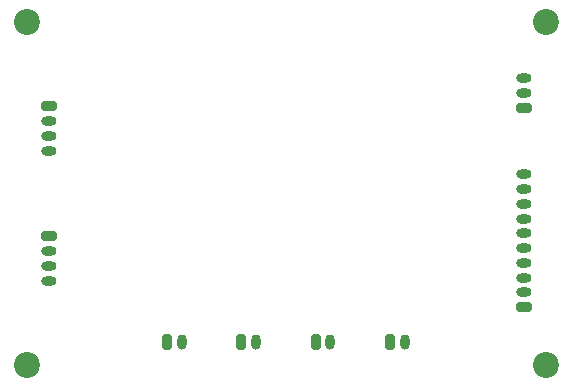
<source format=gbr>
%TF.GenerationSoftware,KiCad,Pcbnew,8.0.4*%
%TF.CreationDate,2024-08-04T13:51:38+08:00*%
%TF.ProjectId,mai-pico-nano-io,6d61692d-7069-4636-9f2d-6e616e6f2d69,rev?*%
%TF.SameCoordinates,Original*%
%TF.FileFunction,Soldermask,Bot*%
%TF.FilePolarity,Negative*%
%FSLAX46Y46*%
G04 Gerber Fmt 4.6, Leading zero omitted, Abs format (unit mm)*
G04 Created by KiCad (PCBNEW 8.0.4) date 2024-08-04 13:51:38*
%MOMM*%
%LPD*%
G01*
G04 APERTURE LIST*
G04 Aperture macros list*
%AMRoundRect*
0 Rectangle with rounded corners*
0 $1 Rounding radius*
0 $2 $3 $4 $5 $6 $7 $8 $9 X,Y pos of 4 corners*
0 Add a 4 corners polygon primitive as box body*
4,1,4,$2,$3,$4,$5,$6,$7,$8,$9,$2,$3,0*
0 Add four circle primitives for the rounded corners*
1,1,$1+$1,$2,$3*
1,1,$1+$1,$4,$5*
1,1,$1+$1,$6,$7*
1,1,$1+$1,$8,$9*
0 Add four rect primitives between the rounded corners*
20,1,$1+$1,$2,$3,$4,$5,0*
20,1,$1+$1,$4,$5,$6,$7,0*
20,1,$1+$1,$6,$7,$8,$9,0*
20,1,$1+$1,$8,$9,$2,$3,0*%
G04 Aperture macros list end*
%ADD10RoundRect,0.200000X-0.450000X0.200000X-0.450000X-0.200000X0.450000X-0.200000X0.450000X0.200000X0*%
%ADD11O,1.300000X0.800000*%
%ADD12C,2.200000*%
%ADD13RoundRect,0.200000X0.450000X-0.200000X0.450000X0.200000X-0.450000X0.200000X-0.450000X-0.200000X0*%
%ADD14RoundRect,0.200000X-0.200000X-0.450000X0.200000X-0.450000X0.200000X0.450000X-0.200000X0.450000X0*%
%ADD15O,0.800000X1.300000*%
G04 APERTURE END LIST*
D10*
%TO.C,J3*%
X79900000Y-109125000D03*
D11*
X79900000Y-110374999D03*
X79900000Y-111625000D03*
X79900000Y-112874999D03*
%TD*%
D10*
%TO.C,J2*%
X79900000Y-98125000D03*
D11*
X79900000Y-99374999D03*
X79900000Y-100625000D03*
X79900000Y-101874999D03*
%TD*%
D12*
%TO.C,REF\u002A\u002A*%
X78000000Y-120000000D03*
%TD*%
D13*
%TO.C,J4*%
X120100000Y-115125000D03*
D11*
X120100000Y-113875001D03*
X120100000Y-112625000D03*
X120100000Y-111375001D03*
X120100000Y-110125000D03*
X120100000Y-108875001D03*
X120100000Y-107625000D03*
X120100000Y-106375000D03*
X120100000Y-105125000D03*
X120100000Y-103875000D03*
%TD*%
D12*
%TO.C,REF\u002A\u002A*%
X122000000Y-120000000D03*
%TD*%
%TO.C,REF\u002A\u002A*%
X78000000Y-91000000D03*
%TD*%
D14*
%TO.C,J7*%
X102475000Y-118100000D03*
D15*
X103725000Y-118100000D03*
%TD*%
D14*
%TO.C,J8*%
X108775000Y-118100000D03*
D15*
X110025000Y-118100000D03*
%TD*%
D14*
%TO.C,J6*%
X96175000Y-118100000D03*
D15*
X97425000Y-118100000D03*
%TD*%
D12*
%TO.C,REF\u002A\u002A*%
X122000000Y-91000000D03*
%TD*%
D14*
%TO.C,J5*%
X89875000Y-118100000D03*
D15*
X91125000Y-118100000D03*
%TD*%
D13*
%TO.C,J1*%
X120100000Y-98250000D03*
D11*
X120100000Y-97000001D03*
X120100000Y-95750000D03*
%TD*%
M02*

</source>
